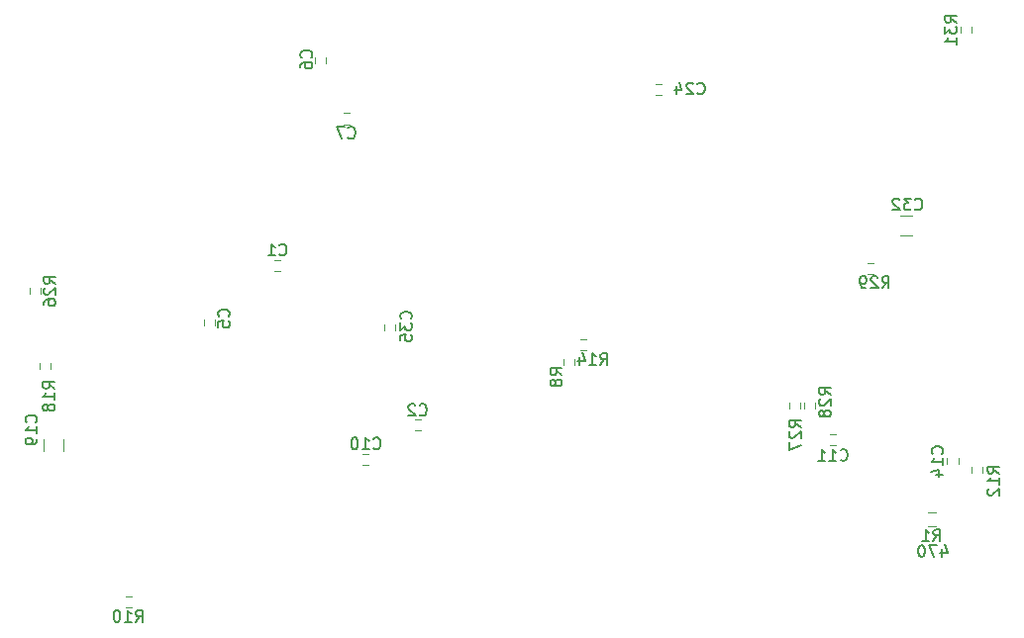
<source format=gbo>
G04 #@! TF.GenerationSoftware,KiCad,Pcbnew,(5.1.2)-1*
G04 #@! TF.CreationDate,2020-06-03T11:36:28+09:00*
G04 #@! TF.ProjectId,o2_breakout,6f325f62-7265-4616-9b6f-75742e6b6963,rev?*
G04 #@! TF.SameCoordinates,Original*
G04 #@! TF.FileFunction,Legend,Bot*
G04 #@! TF.FilePolarity,Positive*
%FSLAX46Y46*%
G04 Gerber Fmt 4.6, Leading zero omitted, Abs format (unit mm)*
G04 Created by KiCad (PCBNEW (5.1.2)-1) date 2020-06-03 11:36:28*
%MOMM*%
%LPD*%
G04 APERTURE LIST*
%ADD10C,0.120000*%
%ADD11C,0.150000*%
G04 APERTURE END LIST*
D10*
X104165500Y-101548120D02*
X104165500Y-102048120D01*
X103225500Y-102048120D02*
X103225500Y-101548120D01*
X182892800Y-72800400D02*
X182892800Y-73300400D01*
X181952800Y-73300400D02*
X181952800Y-72800400D01*
X183845300Y-110468600D02*
X183845300Y-110968600D01*
X182905300Y-110968600D02*
X182905300Y-110468600D01*
X174481300Y-93916600D02*
X173981300Y-93916600D01*
X173981300Y-92976600D02*
X174481300Y-92976600D01*
X168592400Y-105444100D02*
X168592400Y-104944100D01*
X169532400Y-104944100D02*
X169532400Y-105444100D01*
X167322400Y-105444100D02*
X167322400Y-104944100D01*
X168262400Y-104944100D02*
X168262400Y-105444100D01*
X110544800Y-121526200D02*
X111044800Y-121526200D01*
X111044800Y-122466200D02*
X110544800Y-122466200D01*
X102374600Y-95652400D02*
X102374600Y-95152400D01*
X103314600Y-95152400D02*
X103314600Y-95652400D01*
X148942600Y-101225800D02*
X148942600Y-101725800D01*
X148002600Y-101725800D02*
X148002600Y-101225800D01*
X149479900Y-99532600D02*
X149979900Y-99532600D01*
X149979900Y-100472600D02*
X149479900Y-100472600D01*
X155891420Y-77713740D02*
X156391420Y-77713740D01*
X156391420Y-78653740D02*
X155891420Y-78653740D01*
X179874100Y-114363200D02*
X179174100Y-114363200D01*
X179174100Y-115563200D02*
X179874100Y-115563200D01*
X103513520Y-109110400D02*
X103513520Y-108110400D01*
X105213520Y-108110400D02*
X105213520Y-109110400D01*
X127716380Y-75388660D02*
X127716380Y-75888660D01*
X126776380Y-75888660D02*
X126776380Y-75388660D01*
X133642200Y-98225800D02*
X133642200Y-98725800D01*
X132702200Y-98725800D02*
X132702200Y-98225800D01*
X176774220Y-88977100D02*
X177774220Y-88977100D01*
X177774220Y-90677100D02*
X176774220Y-90677100D01*
X135781300Y-107356000D02*
X135281300Y-107356000D01*
X135281300Y-106416000D02*
X135781300Y-106416000D01*
X123792500Y-93652700D02*
X123292500Y-93652700D01*
X123292500Y-92712700D02*
X123792500Y-92712700D01*
X181749800Y-109719300D02*
X181749800Y-110219300D01*
X180809800Y-110219300D02*
X180809800Y-109719300D01*
X170790500Y-107686000D02*
X171290500Y-107686000D01*
X171290500Y-108626000D02*
X170790500Y-108626000D01*
X130849560Y-109351980D02*
X131349560Y-109351980D01*
X131349560Y-110291980D02*
X130849560Y-110291980D01*
X118183200Y-97860300D02*
X118183200Y-98360300D01*
X117243200Y-98360300D02*
X117243200Y-97860300D01*
X129239200Y-80175000D02*
X129739200Y-80175000D01*
X129739200Y-81115000D02*
X129239200Y-81115000D01*
D11*
X104495860Y-103743522D02*
X104019670Y-103410189D01*
X104495860Y-103172094D02*
X103495860Y-103172094D01*
X103495860Y-103553046D01*
X103543480Y-103648284D01*
X103591099Y-103695903D01*
X103686337Y-103743522D01*
X103829194Y-103743522D01*
X103924432Y-103695903D01*
X103972051Y-103648284D01*
X104019670Y-103553046D01*
X104019670Y-103172094D01*
X104495860Y-104695903D02*
X104495860Y-104124475D01*
X104495860Y-104410189D02*
X103495860Y-104410189D01*
X103638718Y-104314951D01*
X103733956Y-104219713D01*
X103781575Y-104124475D01*
X103924432Y-105267332D02*
X103876813Y-105172094D01*
X103829194Y-105124475D01*
X103733956Y-105076856D01*
X103686337Y-105076856D01*
X103591099Y-105124475D01*
X103543480Y-105172094D01*
X103495860Y-105267332D01*
X103495860Y-105457808D01*
X103543480Y-105553046D01*
X103591099Y-105600665D01*
X103686337Y-105648284D01*
X103733956Y-105648284D01*
X103829194Y-105600665D01*
X103876813Y-105553046D01*
X103924432Y-105457808D01*
X103924432Y-105267332D01*
X103972051Y-105172094D01*
X104019670Y-105124475D01*
X104114908Y-105076856D01*
X104305384Y-105076856D01*
X104400622Y-105124475D01*
X104448241Y-105172094D01*
X104495860Y-105267332D01*
X104495860Y-105457808D01*
X104448241Y-105553046D01*
X104400622Y-105600665D01*
X104305384Y-105648284D01*
X104114908Y-105648284D01*
X104019670Y-105600665D01*
X103972051Y-105553046D01*
X103924432Y-105457808D01*
X181605180Y-72407542D02*
X181128990Y-72074209D01*
X181605180Y-71836114D02*
X180605180Y-71836114D01*
X180605180Y-72217066D01*
X180652800Y-72312304D01*
X180700419Y-72359923D01*
X180795657Y-72407542D01*
X180938514Y-72407542D01*
X181033752Y-72359923D01*
X181081371Y-72312304D01*
X181128990Y-72217066D01*
X181128990Y-71836114D01*
X180605180Y-72740876D02*
X180605180Y-73359923D01*
X180986133Y-73026590D01*
X180986133Y-73169447D01*
X181033752Y-73264685D01*
X181081371Y-73312304D01*
X181176609Y-73359923D01*
X181414704Y-73359923D01*
X181509942Y-73312304D01*
X181557561Y-73264685D01*
X181605180Y-73169447D01*
X181605180Y-72883733D01*
X181557561Y-72788495D01*
X181509942Y-72740876D01*
X181605180Y-74312304D02*
X181605180Y-73740876D01*
X181605180Y-74026590D02*
X180605180Y-74026590D01*
X180748038Y-73931352D01*
X180843276Y-73836114D01*
X180890895Y-73740876D01*
X185250080Y-111002842D02*
X184773890Y-110669509D01*
X185250080Y-110431414D02*
X184250080Y-110431414D01*
X184250080Y-110812366D01*
X184297700Y-110907604D01*
X184345319Y-110955223D01*
X184440557Y-111002842D01*
X184583414Y-111002842D01*
X184678652Y-110955223D01*
X184726271Y-110907604D01*
X184773890Y-110812366D01*
X184773890Y-110431414D01*
X185250080Y-111955223D02*
X185250080Y-111383795D01*
X185250080Y-111669509D02*
X184250080Y-111669509D01*
X184392938Y-111574271D01*
X184488176Y-111479033D01*
X184535795Y-111383795D01*
X184345319Y-112336176D02*
X184297700Y-112383795D01*
X184250080Y-112479033D01*
X184250080Y-112717128D01*
X184297700Y-112812366D01*
X184345319Y-112859985D01*
X184440557Y-112907604D01*
X184535795Y-112907604D01*
X184678652Y-112859985D01*
X185250080Y-112288557D01*
X185250080Y-112907604D01*
X175229757Y-95143580D02*
X175563090Y-94667390D01*
X175801185Y-95143580D02*
X175801185Y-94143580D01*
X175420233Y-94143580D01*
X175324995Y-94191200D01*
X175277376Y-94238819D01*
X175229757Y-94334057D01*
X175229757Y-94476914D01*
X175277376Y-94572152D01*
X175324995Y-94619771D01*
X175420233Y-94667390D01*
X175801185Y-94667390D01*
X174848804Y-94238819D02*
X174801185Y-94191200D01*
X174705947Y-94143580D01*
X174467852Y-94143580D01*
X174372614Y-94191200D01*
X174324995Y-94238819D01*
X174277376Y-94334057D01*
X174277376Y-94429295D01*
X174324995Y-94572152D01*
X174896423Y-95143580D01*
X174277376Y-95143580D01*
X173801185Y-95143580D02*
X173610709Y-95143580D01*
X173515471Y-95095961D01*
X173467852Y-95048342D01*
X173372614Y-94905485D01*
X173324995Y-94715009D01*
X173324995Y-94334057D01*
X173372614Y-94238819D01*
X173420233Y-94191200D01*
X173515471Y-94143580D01*
X173705947Y-94143580D01*
X173801185Y-94191200D01*
X173848804Y-94238819D01*
X173896423Y-94334057D01*
X173896423Y-94572152D01*
X173848804Y-94667390D01*
X173801185Y-94715009D01*
X173705947Y-94762628D01*
X173515471Y-94762628D01*
X173420233Y-94715009D01*
X173372614Y-94667390D01*
X173324995Y-94572152D01*
X170845180Y-104261942D02*
X170368990Y-103928609D01*
X170845180Y-103690514D02*
X169845180Y-103690514D01*
X169845180Y-104071466D01*
X169892800Y-104166704D01*
X169940419Y-104214323D01*
X170035657Y-104261942D01*
X170178514Y-104261942D01*
X170273752Y-104214323D01*
X170321371Y-104166704D01*
X170368990Y-104071466D01*
X170368990Y-103690514D01*
X169940419Y-104642895D02*
X169892800Y-104690514D01*
X169845180Y-104785752D01*
X169845180Y-105023847D01*
X169892800Y-105119085D01*
X169940419Y-105166704D01*
X170035657Y-105214323D01*
X170130895Y-105214323D01*
X170273752Y-105166704D01*
X170845180Y-104595276D01*
X170845180Y-105214323D01*
X170273752Y-105785752D02*
X170226133Y-105690514D01*
X170178514Y-105642895D01*
X170083276Y-105595276D01*
X170035657Y-105595276D01*
X169940419Y-105642895D01*
X169892800Y-105690514D01*
X169845180Y-105785752D01*
X169845180Y-105976228D01*
X169892800Y-106071466D01*
X169940419Y-106119085D01*
X170035657Y-106166704D01*
X170083276Y-106166704D01*
X170178514Y-106119085D01*
X170226133Y-106071466D01*
X170273752Y-105976228D01*
X170273752Y-105785752D01*
X170321371Y-105690514D01*
X170368990Y-105642895D01*
X170464228Y-105595276D01*
X170654704Y-105595276D01*
X170749942Y-105642895D01*
X170797561Y-105690514D01*
X170845180Y-105785752D01*
X170845180Y-105976228D01*
X170797561Y-106071466D01*
X170749942Y-106119085D01*
X170654704Y-106166704D01*
X170464228Y-106166704D01*
X170368990Y-106119085D01*
X170321371Y-106071466D01*
X170273752Y-105976228D01*
X168292480Y-107043242D02*
X167816290Y-106709909D01*
X168292480Y-106471814D02*
X167292480Y-106471814D01*
X167292480Y-106852766D01*
X167340100Y-106948004D01*
X167387719Y-106995623D01*
X167482957Y-107043242D01*
X167625814Y-107043242D01*
X167721052Y-106995623D01*
X167768671Y-106948004D01*
X167816290Y-106852766D01*
X167816290Y-106471814D01*
X167387719Y-107424195D02*
X167340100Y-107471814D01*
X167292480Y-107567052D01*
X167292480Y-107805147D01*
X167340100Y-107900385D01*
X167387719Y-107948004D01*
X167482957Y-107995623D01*
X167578195Y-107995623D01*
X167721052Y-107948004D01*
X168292480Y-107376576D01*
X168292480Y-107995623D01*
X167292480Y-108328957D02*
X167292480Y-108995623D01*
X168292480Y-108567052D01*
X111437657Y-123718580D02*
X111770990Y-123242390D01*
X112009085Y-123718580D02*
X112009085Y-122718580D01*
X111628133Y-122718580D01*
X111532895Y-122766200D01*
X111485276Y-122813819D01*
X111437657Y-122909057D01*
X111437657Y-123051914D01*
X111485276Y-123147152D01*
X111532895Y-123194771D01*
X111628133Y-123242390D01*
X112009085Y-123242390D01*
X110485276Y-123718580D02*
X111056704Y-123718580D01*
X110770990Y-123718580D02*
X110770990Y-122718580D01*
X110866228Y-122861438D01*
X110961466Y-122956676D01*
X111056704Y-123004295D01*
X109866228Y-122718580D02*
X109770990Y-122718580D01*
X109675752Y-122766200D01*
X109628133Y-122813819D01*
X109580514Y-122909057D01*
X109532895Y-123099533D01*
X109532895Y-123337628D01*
X109580514Y-123528104D01*
X109628133Y-123623342D01*
X109675752Y-123670961D01*
X109770990Y-123718580D01*
X109866228Y-123718580D01*
X109961466Y-123670961D01*
X110009085Y-123623342D01*
X110056704Y-123528104D01*
X110104323Y-123337628D01*
X110104323Y-123099533D01*
X110056704Y-122909057D01*
X110009085Y-122813819D01*
X109961466Y-122766200D01*
X109866228Y-122718580D01*
X104566980Y-94759542D02*
X104090790Y-94426209D01*
X104566980Y-94188114D02*
X103566980Y-94188114D01*
X103566980Y-94569066D01*
X103614600Y-94664304D01*
X103662219Y-94711923D01*
X103757457Y-94759542D01*
X103900314Y-94759542D01*
X103995552Y-94711923D01*
X104043171Y-94664304D01*
X104090790Y-94569066D01*
X104090790Y-94188114D01*
X103662219Y-95140495D02*
X103614600Y-95188114D01*
X103566980Y-95283352D01*
X103566980Y-95521447D01*
X103614600Y-95616685D01*
X103662219Y-95664304D01*
X103757457Y-95711923D01*
X103852695Y-95711923D01*
X103995552Y-95664304D01*
X104566980Y-95092876D01*
X104566980Y-95711923D01*
X103566980Y-96569066D02*
X103566980Y-96378590D01*
X103614600Y-96283352D01*
X103662219Y-96235733D01*
X103805076Y-96140495D01*
X103995552Y-96092876D01*
X104376504Y-96092876D01*
X104471742Y-96140495D01*
X104519361Y-96188114D01*
X104566980Y-96283352D01*
X104566980Y-96473828D01*
X104519361Y-96569066D01*
X104471742Y-96616685D01*
X104376504Y-96664304D01*
X104138409Y-96664304D01*
X104043171Y-96616685D01*
X103995552Y-96569066D01*
X103947933Y-96473828D01*
X103947933Y-96283352D01*
X103995552Y-96188114D01*
X104043171Y-96140495D01*
X104138409Y-96092876D01*
X147866360Y-102583953D02*
X147390170Y-102250620D01*
X147866360Y-102012524D02*
X146866360Y-102012524D01*
X146866360Y-102393477D01*
X146913980Y-102488715D01*
X146961599Y-102536334D01*
X147056837Y-102583953D01*
X147199694Y-102583953D01*
X147294932Y-102536334D01*
X147342551Y-102488715D01*
X147390170Y-102393477D01*
X147390170Y-102012524D01*
X147294932Y-103155381D02*
X147247313Y-103060143D01*
X147199694Y-103012524D01*
X147104456Y-102964905D01*
X147056837Y-102964905D01*
X146961599Y-103012524D01*
X146913980Y-103060143D01*
X146866360Y-103155381D01*
X146866360Y-103345858D01*
X146913980Y-103441096D01*
X146961599Y-103488715D01*
X147056837Y-103536334D01*
X147104456Y-103536334D01*
X147199694Y-103488715D01*
X147247313Y-103441096D01*
X147294932Y-103345858D01*
X147294932Y-103155381D01*
X147342551Y-103060143D01*
X147390170Y-103012524D01*
X147485408Y-102964905D01*
X147675884Y-102964905D01*
X147771122Y-103012524D01*
X147818741Y-103060143D01*
X147866360Y-103155381D01*
X147866360Y-103345858D01*
X147818741Y-103441096D01*
X147771122Y-103488715D01*
X147675884Y-103536334D01*
X147485408Y-103536334D01*
X147390170Y-103488715D01*
X147342551Y-103441096D01*
X147294932Y-103345858D01*
X151163257Y-101706940D02*
X151496590Y-101230750D01*
X151734685Y-101706940D02*
X151734685Y-100706940D01*
X151353733Y-100706940D01*
X151258495Y-100754560D01*
X151210876Y-100802179D01*
X151163257Y-100897417D01*
X151163257Y-101040274D01*
X151210876Y-101135512D01*
X151258495Y-101183131D01*
X151353733Y-101230750D01*
X151734685Y-101230750D01*
X150210876Y-101706940D02*
X150782304Y-101706940D01*
X150496590Y-101706940D02*
X150496590Y-100706940D01*
X150591828Y-100849798D01*
X150687066Y-100945036D01*
X150782304Y-100992655D01*
X149353733Y-101040274D02*
X149353733Y-101706940D01*
X149591828Y-100659321D02*
X149829923Y-101373607D01*
X149210876Y-101373607D01*
X159448737Y-78462142D02*
X159496356Y-78509761D01*
X159639213Y-78557380D01*
X159734451Y-78557380D01*
X159877308Y-78509761D01*
X159972546Y-78414523D01*
X160020165Y-78319285D01*
X160067784Y-78128809D01*
X160067784Y-77985952D01*
X160020165Y-77795476D01*
X159972546Y-77700238D01*
X159877308Y-77605000D01*
X159734451Y-77557380D01*
X159639213Y-77557380D01*
X159496356Y-77605000D01*
X159448737Y-77652619D01*
X159067784Y-77652619D02*
X159020165Y-77605000D01*
X158924927Y-77557380D01*
X158686832Y-77557380D01*
X158591594Y-77605000D01*
X158543975Y-77652619D01*
X158496356Y-77747857D01*
X158496356Y-77843095D01*
X158543975Y-77985952D01*
X159115403Y-78557380D01*
X158496356Y-78557380D01*
X157639213Y-77890714D02*
X157639213Y-78557380D01*
X157877308Y-77509761D02*
X158115403Y-78224047D01*
X157496356Y-78224047D01*
X179614566Y-116807500D02*
X179947900Y-116331310D01*
X180185995Y-116807500D02*
X180185995Y-115807500D01*
X179805042Y-115807500D01*
X179709804Y-115855120D01*
X179662185Y-115902739D01*
X179614566Y-115997977D01*
X179614566Y-116140834D01*
X179662185Y-116236072D01*
X179709804Y-116283691D01*
X179805042Y-116331310D01*
X180185995Y-116331310D01*
X178662185Y-116807500D02*
X179233614Y-116807500D01*
X178947900Y-116807500D02*
X178947900Y-115807500D01*
X179043138Y-115950358D01*
X179138376Y-116045596D01*
X179233614Y-116093215D01*
X180336804Y-117474334D02*
X180336804Y-118141000D01*
X180574900Y-117093381D02*
X180812995Y-117807667D01*
X180193947Y-117807667D01*
X179908233Y-117141000D02*
X179241566Y-117141000D01*
X179670138Y-118141000D01*
X178670138Y-117141000D02*
X178574900Y-117141000D01*
X178479661Y-117188620D01*
X178432042Y-117236239D01*
X178384423Y-117331477D01*
X178336804Y-117521953D01*
X178336804Y-117760048D01*
X178384423Y-117950524D01*
X178432042Y-118045762D01*
X178479661Y-118093381D01*
X178574900Y-118141000D01*
X178670138Y-118141000D01*
X178765376Y-118093381D01*
X178812995Y-118045762D01*
X178860614Y-117950524D01*
X178908233Y-117760048D01*
X178908233Y-117521953D01*
X178860614Y-117331477D01*
X178812995Y-117236239D01*
X178765376Y-117188620D01*
X178670138Y-117141000D01*
X102891862Y-106631502D02*
X102939481Y-106583883D01*
X102987100Y-106441026D01*
X102987100Y-106345788D01*
X102939481Y-106202931D01*
X102844243Y-106107693D01*
X102749005Y-106060074D01*
X102558529Y-106012455D01*
X102415672Y-106012455D01*
X102225196Y-106060074D01*
X102129958Y-106107693D01*
X102034720Y-106202931D01*
X101987100Y-106345788D01*
X101987100Y-106441026D01*
X102034720Y-106583883D01*
X102082339Y-106631502D01*
X102987100Y-107583883D02*
X102987100Y-107012455D01*
X102987100Y-107298169D02*
X101987100Y-107298169D01*
X102129958Y-107202931D01*
X102225196Y-107107693D01*
X102272815Y-107012455D01*
X102987100Y-108060074D02*
X102987100Y-108250550D01*
X102939481Y-108345788D01*
X102891862Y-108393407D01*
X102749005Y-108488645D01*
X102558529Y-108536264D01*
X102177577Y-108536264D01*
X102082339Y-108488645D01*
X102034720Y-108441026D01*
X101987100Y-108345788D01*
X101987100Y-108155312D01*
X102034720Y-108060074D01*
X102082339Y-108012455D01*
X102177577Y-107964836D01*
X102415672Y-107964836D01*
X102510910Y-108012455D01*
X102558529Y-108060074D01*
X102606148Y-108155312D01*
X102606148Y-108345788D01*
X102558529Y-108441026D01*
X102510910Y-108488645D01*
X102415672Y-108536264D01*
X126417342Y-75411033D02*
X126464961Y-75363414D01*
X126512580Y-75220557D01*
X126512580Y-75125319D01*
X126464961Y-74982461D01*
X126369723Y-74887223D01*
X126274485Y-74839604D01*
X126084009Y-74791985D01*
X125941152Y-74791985D01*
X125750676Y-74839604D01*
X125655438Y-74887223D01*
X125560200Y-74982461D01*
X125512580Y-75125319D01*
X125512580Y-75220557D01*
X125560200Y-75363414D01*
X125607819Y-75411033D01*
X125512580Y-76268176D02*
X125512580Y-76077700D01*
X125560200Y-75982461D01*
X125607819Y-75934842D01*
X125750676Y-75839604D01*
X125941152Y-75791985D01*
X126322104Y-75791985D01*
X126417342Y-75839604D01*
X126464961Y-75887223D01*
X126512580Y-75982461D01*
X126512580Y-76172938D01*
X126464961Y-76268176D01*
X126417342Y-76315795D01*
X126322104Y-76363414D01*
X126084009Y-76363414D01*
X125988771Y-76315795D01*
X125941152Y-76268176D01*
X125893533Y-76172938D01*
X125893533Y-75982461D01*
X125941152Y-75887223D01*
X125988771Y-75839604D01*
X126084009Y-75791985D01*
X134944122Y-97789762D02*
X134991741Y-97742143D01*
X135039360Y-97599286D01*
X135039360Y-97504048D01*
X134991741Y-97361191D01*
X134896503Y-97265953D01*
X134801265Y-97218334D01*
X134610789Y-97170715D01*
X134467932Y-97170715D01*
X134277456Y-97218334D01*
X134182218Y-97265953D01*
X134086980Y-97361191D01*
X134039360Y-97504048D01*
X134039360Y-97599286D01*
X134086980Y-97742143D01*
X134134599Y-97789762D01*
X134039360Y-98123096D02*
X134039360Y-98742143D01*
X134420313Y-98408810D01*
X134420313Y-98551667D01*
X134467932Y-98646905D01*
X134515551Y-98694524D01*
X134610789Y-98742143D01*
X134848884Y-98742143D01*
X134944122Y-98694524D01*
X134991741Y-98646905D01*
X135039360Y-98551667D01*
X135039360Y-98265953D01*
X134991741Y-98170715D01*
X134944122Y-98123096D01*
X134039360Y-99646905D02*
X134039360Y-99170715D01*
X134515551Y-99123096D01*
X134467932Y-99170715D01*
X134420313Y-99265953D01*
X134420313Y-99504048D01*
X134467932Y-99599286D01*
X134515551Y-99646905D01*
X134610789Y-99694524D01*
X134848884Y-99694524D01*
X134944122Y-99646905D01*
X134991741Y-99599286D01*
X135039360Y-99504048D01*
X135039360Y-99265953D01*
X134991741Y-99170715D01*
X134944122Y-99123096D01*
X178044077Y-88380842D02*
X178091696Y-88428461D01*
X178234553Y-88476080D01*
X178329791Y-88476080D01*
X178472648Y-88428461D01*
X178567886Y-88333223D01*
X178615505Y-88237985D01*
X178663124Y-88047509D01*
X178663124Y-87904652D01*
X178615505Y-87714176D01*
X178567886Y-87618938D01*
X178472648Y-87523700D01*
X178329791Y-87476080D01*
X178234553Y-87476080D01*
X178091696Y-87523700D01*
X178044077Y-87571319D01*
X177710743Y-87476080D02*
X177091696Y-87476080D01*
X177425029Y-87857033D01*
X177282172Y-87857033D01*
X177186934Y-87904652D01*
X177139315Y-87952271D01*
X177091696Y-88047509D01*
X177091696Y-88285604D01*
X177139315Y-88380842D01*
X177186934Y-88428461D01*
X177282172Y-88476080D01*
X177567886Y-88476080D01*
X177663124Y-88428461D01*
X177710743Y-88380842D01*
X176710743Y-87571319D02*
X176663124Y-87523700D01*
X176567886Y-87476080D01*
X176329791Y-87476080D01*
X176234553Y-87523700D01*
X176186934Y-87571319D01*
X176139315Y-87666557D01*
X176139315Y-87761795D01*
X176186934Y-87904652D01*
X176758362Y-88476080D01*
X176139315Y-88476080D01*
X135697966Y-105973142D02*
X135745585Y-106020761D01*
X135888442Y-106068380D01*
X135983680Y-106068380D01*
X136126538Y-106020761D01*
X136221776Y-105925523D01*
X136269395Y-105830285D01*
X136317014Y-105639809D01*
X136317014Y-105496952D01*
X136269395Y-105306476D01*
X136221776Y-105211238D01*
X136126538Y-105116000D01*
X135983680Y-105068380D01*
X135888442Y-105068380D01*
X135745585Y-105116000D01*
X135697966Y-105163619D01*
X135317014Y-105163619D02*
X135269395Y-105116000D01*
X135174157Y-105068380D01*
X134936061Y-105068380D01*
X134840823Y-105116000D01*
X134793204Y-105163619D01*
X134745585Y-105258857D01*
X134745585Y-105354095D01*
X134793204Y-105496952D01*
X135364633Y-106068380D01*
X134745585Y-106068380D01*
X123709166Y-92269842D02*
X123756785Y-92317461D01*
X123899642Y-92365080D01*
X123994880Y-92365080D01*
X124137738Y-92317461D01*
X124232976Y-92222223D01*
X124280595Y-92126985D01*
X124328214Y-91936509D01*
X124328214Y-91793652D01*
X124280595Y-91603176D01*
X124232976Y-91507938D01*
X124137738Y-91412700D01*
X123994880Y-91365080D01*
X123899642Y-91365080D01*
X123756785Y-91412700D01*
X123709166Y-91460319D01*
X122756785Y-92365080D02*
X123328214Y-92365080D01*
X123042500Y-92365080D02*
X123042500Y-91365080D01*
X123137738Y-91507938D01*
X123232976Y-91603176D01*
X123328214Y-91650795D01*
X180366942Y-109326442D02*
X180414561Y-109278823D01*
X180462180Y-109135966D01*
X180462180Y-109040728D01*
X180414561Y-108897871D01*
X180319323Y-108802633D01*
X180224085Y-108755014D01*
X180033609Y-108707395D01*
X179890752Y-108707395D01*
X179700276Y-108755014D01*
X179605038Y-108802633D01*
X179509800Y-108897871D01*
X179462180Y-109040728D01*
X179462180Y-109135966D01*
X179509800Y-109278823D01*
X179557419Y-109326442D01*
X180462180Y-110278823D02*
X180462180Y-109707395D01*
X180462180Y-109993109D02*
X179462180Y-109993109D01*
X179605038Y-109897871D01*
X179700276Y-109802633D01*
X179747895Y-109707395D01*
X179795514Y-111135966D02*
X180462180Y-111135966D01*
X179414561Y-110897871D02*
X180128847Y-110659776D01*
X180128847Y-111278823D01*
X171683357Y-109846642D02*
X171730976Y-109894261D01*
X171873833Y-109941880D01*
X171969071Y-109941880D01*
X172111928Y-109894261D01*
X172207166Y-109799023D01*
X172254785Y-109703785D01*
X172302404Y-109513309D01*
X172302404Y-109370452D01*
X172254785Y-109179976D01*
X172207166Y-109084738D01*
X172111928Y-108989500D01*
X171969071Y-108941880D01*
X171873833Y-108941880D01*
X171730976Y-108989500D01*
X171683357Y-109037119D01*
X170730976Y-109941880D02*
X171302404Y-109941880D01*
X171016690Y-109941880D02*
X171016690Y-108941880D01*
X171111928Y-109084738D01*
X171207166Y-109179976D01*
X171302404Y-109227595D01*
X169778595Y-109941880D02*
X170350023Y-109941880D01*
X170064309Y-109941880D02*
X170064309Y-108941880D01*
X170159547Y-109084738D01*
X170254785Y-109179976D01*
X170350023Y-109227595D01*
X131757657Y-108853242D02*
X131805276Y-108900861D01*
X131948133Y-108948480D01*
X132043371Y-108948480D01*
X132186228Y-108900861D01*
X132281466Y-108805623D01*
X132329085Y-108710385D01*
X132376704Y-108519909D01*
X132376704Y-108377052D01*
X132329085Y-108186576D01*
X132281466Y-108091338D01*
X132186228Y-107996100D01*
X132043371Y-107948480D01*
X131948133Y-107948480D01*
X131805276Y-107996100D01*
X131757657Y-108043719D01*
X130805276Y-108948480D02*
X131376704Y-108948480D01*
X131090990Y-108948480D02*
X131090990Y-107948480D01*
X131186228Y-108091338D01*
X131281466Y-108186576D01*
X131376704Y-108234195D01*
X130186228Y-107948480D02*
X130090990Y-107948480D01*
X129995752Y-107996100D01*
X129948133Y-108043719D01*
X129900514Y-108138957D01*
X129852895Y-108329433D01*
X129852895Y-108567528D01*
X129900514Y-108758004D01*
X129948133Y-108853242D01*
X129995752Y-108900861D01*
X130090990Y-108948480D01*
X130186228Y-108948480D01*
X130281466Y-108900861D01*
X130329085Y-108853242D01*
X130376704Y-108758004D01*
X130424323Y-108567528D01*
X130424323Y-108329433D01*
X130376704Y-108138957D01*
X130329085Y-108043719D01*
X130281466Y-107996100D01*
X130186228Y-107948480D01*
X119365742Y-97562633D02*
X119413361Y-97515014D01*
X119460980Y-97372157D01*
X119460980Y-97276919D01*
X119413361Y-97134061D01*
X119318123Y-97038823D01*
X119222885Y-96991204D01*
X119032409Y-96943585D01*
X118889552Y-96943585D01*
X118699076Y-96991204D01*
X118603838Y-97038823D01*
X118508600Y-97134061D01*
X118460980Y-97276919D01*
X118460980Y-97372157D01*
X118508600Y-97515014D01*
X118556219Y-97562633D01*
X118460980Y-98467395D02*
X118460980Y-97991204D01*
X118937171Y-97943585D01*
X118889552Y-97991204D01*
X118841933Y-98086442D01*
X118841933Y-98324538D01*
X118889552Y-98419776D01*
X118937171Y-98467395D01*
X119032409Y-98515014D01*
X119270504Y-98515014D01*
X119365742Y-98467395D01*
X119413361Y-98419776D01*
X119460980Y-98324538D01*
X119460980Y-98086442D01*
X119413361Y-97991204D01*
X119365742Y-97943585D01*
X129582206Y-82256902D02*
X129629825Y-82304521D01*
X129772682Y-82352140D01*
X129867920Y-82352140D01*
X130010778Y-82304521D01*
X130106016Y-82209283D01*
X130153635Y-82114045D01*
X130201254Y-81923569D01*
X130201254Y-81780712D01*
X130153635Y-81590236D01*
X130106016Y-81494998D01*
X130010778Y-81399760D01*
X129867920Y-81352140D01*
X129772682Y-81352140D01*
X129629825Y-81399760D01*
X129582206Y-81447379D01*
X129248873Y-81352140D02*
X128582206Y-81352140D01*
X129010778Y-82352140D01*
M02*

</source>
